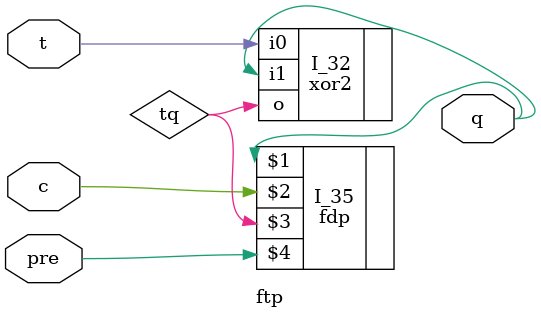
<source format=v>

module ftp( q, c, pre, t );

output  q;


input  c, pre, t;





specify 
    specparam CDS_LIBNAME  = "xc7000";
    specparam CDS_CELLNAME = "ftp";
    specparam CDS_VIEWNAME = "schematic";
endspecify

xor2  I_32( .i0(t), .i1(q), .o(tq));
fdp I_35( q, c, tq, pre);

endmodule

</source>
